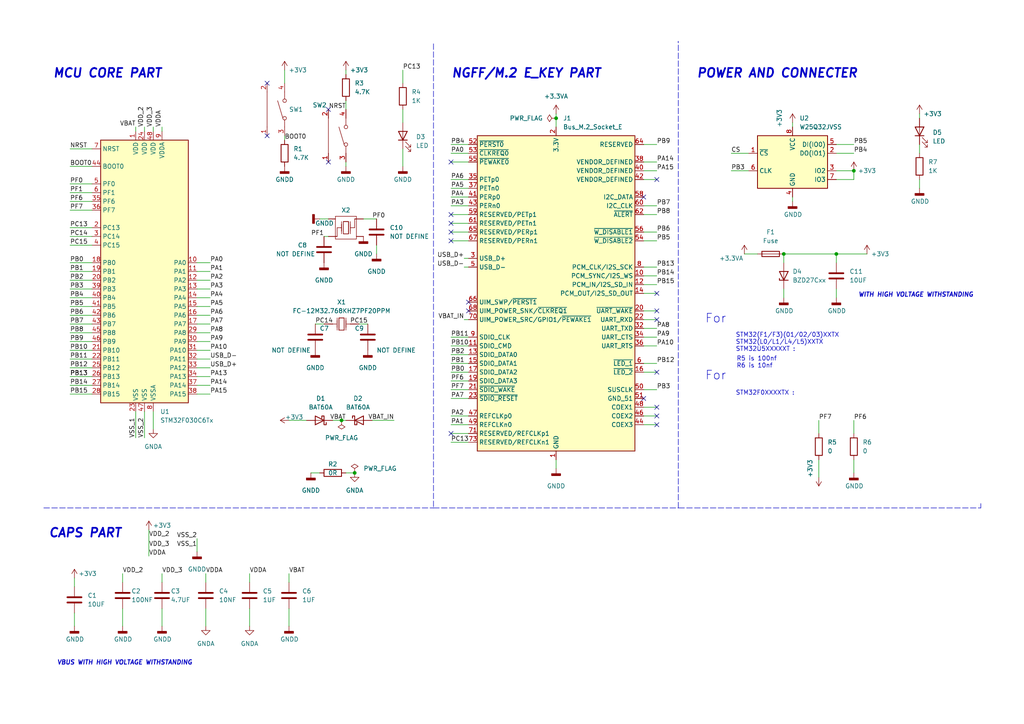
<source format=kicad_sch>
(kicad_sch (version 20211123) (generator eeschema)
  (paper "A4")
  (title_block (title "STM32_M.2_E_KEY_LQFP-48_HC") (date "2022-02-09") (rev "1.0") (company "JSZSZZY"))
  (lib_symbols
    (symbol "Connector:Bus_M.2_Socket_E"
      (property "Reference" "J1" (at 2.0194 50.8 0))
      (property "Value" "Bus_M.2_Socket_E" (at 2.0194 48.26 0))
      (symbol "Bus_M.2_Socket_E_0_1"
        (rectangle (start -22.86 45.72) (end 22.86 -45.72) (stroke (width 0.254)) (fill (type background)))
      )
      (symbol "Bus_M.2_Socket_E_1_1"
        (pin power_in line (at 0 -48.26 90) (length 2.54) (name "GND") (number "1"))
        (pin bidirectional line (at 25.4 5.08 180) (length 2.54) (name "PCM_SYNC/I2S_WS") (number "10"))
        (pin bidirectional line (at -25.4 -15.24 0) (length 2.54) (name "SDIO_CMD") (number "11"))
        (pin input line (at 25.4 2.54 180) (length 2.54) (name "PCM_IN/I2S_SD_IN") (number "12"))
        (pin bidirectional line (at -25.4 -17.78 0) (length 2.54) (name "SDIO_DATA0") (number "13"))
        (pin output line (at 25.4 0 180) (length 2.54) (name "PCM_OUT/I2S_SD_OUT") (number "14"))
        (pin bidirectional line (at -25.4 -20.32 0) (length 2.54) (name "SDIO_DATA1") (number "15"))
        (pin open_collector line (at 25.4 -22.86 180) (length 2.54) (name "~{LED_2}") (number "16"))
        (pin bidirectional line (at -25.4 -22.86 0) (length 2.54) (name "SDIO_DATA2") (number "17"))
        (pin passive line (at 0 -48.26 90) (length 2.54) hide (name "GND") (number "18"))
        (pin bidirectional line (at -25.4 -25.4 0) (length 2.54) (name "SDIO_DATA3") (number "19"))
        (pin power_in line (at 0 48.26 270) (length 2.54) (name "3.3V") (number "2"))
        (pin input line (at 25.4 -5.08 180) (length 2.54) (name "~{UART_WAKE}") (number "20"))
        (pin input line (at -25.4 -27.94 0) (length 2.54) (name "~{SDIO_WAKE}") (number "21"))
        (pin input line (at 25.4 -7.62 180) (length 2.54) (name "UART_RXD") (number "22"))
        (pin output line (at -25.4 -30.48 0) (length 2.54) (name "~{SDIO_RESET}") (number "23"))
        (pin bidirectional line (at -25.4 10.16 0) (length 2.54) (name "USB_D+") (number "3"))
        (pin output line (at 25.4 -10.16 180) (length 2.54) (name "UART_TXD") (number "32"))
        (pin passive line (at 0 -48.26 90) (length 2.54) hide (name "GND") (number "33"))
        (pin input line (at 25.4 -12.7 180) (length 2.54) (name "UART_CTS") (number "34"))
        (pin output line (at -25.4 33.02 0) (length 2.54) (name "PETp0") (number "35"))
        (pin output line (at 25.4 -15.24 180) (length 2.54) (name "UART_RTS") (number "36"))
        (pin output line (at -25.4 30.48 0) (length 2.54) (name "PETn0") (number "37"))
        (pin passive line (at 25.4 38.1 180) (length 2.54) (name "VENDOR_DEFINED") (number "38"))
        (pin passive line (at 0 -48.26 90) (length 2.54) hide (name "GND") (number "39"))
        (pin passive line (at 0 48.26 270) (length 2.54) hide (name "3.3V") (number "4"))
        (pin passive line (at 25.4 35.56 180) (length 2.54) (name "VENDOR_DEFINED") (number "40"))
        (pin input line (at -25.4 27.94 0) (length 2.54) (name "PERp0") (number "41"))
        (pin passive line (at 25.4 33.02 180) (length 2.54) (name "VENDOR_DEFINED") (number "42"))
        (pin input line (at -25.4 25.4 0) (length 2.54) (name "PERn0") (number "43"))
        (pin bidirectional line (at 25.4 -38.1 180) (length 2.54) (name "COEX3") (number "44"))
        (pin passive line (at 0 -48.26 90) (length 2.54) hide (name "GND") (number "45"))
        (pin bidirectional line (at 25.4 -35.56 180) (length 2.54) (name "COEX2") (number "46"))
        (pin output line (at -25.4 -35.56 0) (length 2.54) (name "REFCLKp0") (number "47"))
        (pin bidirectional line (at 25.4 -33.02 180) (length 2.54) (name "COEX1") (number "48"))
        (pin output line (at -25.4 -38.1 0) (length 2.54) (name "REFCLKn0") (number "49"))
        (pin bidirectional line (at -25.4 7.62 0) (length 2.54) (name "USB_D-") (number "5"))
        (pin output line (at 25.4 -27.94 180) (length 2.54) (name "SUSCLK") (number "50"))
        (pin bidirectional line (at 25.4 -30.48 180) (length 2.54) (name "GND_51") (number "51"))
        (pin output line (at -25.4 43.18 0) (length 2.54) (name "~{PERST0}") (number "52"))
        (pin bidirectional line (at -25.4 40.64 0) (length 2.54) (name "~{CLKREQ0}") (number "53"))
        (pin output line (at 25.4 15.24 180) (length 2.54) (name "~{W_DISABLE2}") (number "54"))
        (pin bidirectional line (at -25.4 38.1 0) (length 2.54) (name "~{PEWAKE0}") (number "55"))
        (pin output line (at 25.4 17.78 180) (length 2.54) (name "~{W_DISABLE1}") (number "56"))
        (pin passive line (at 0 -48.26 90) (length 2.54) hide (name "GND") (number "57"))
        (pin bidirectional line (at 25.4 27.94 180) (length 2.54) (name "I2C_DATA") (number "58"))
        (pin output line (at -25.4 22.86 0) (length 2.54) (name "RESERVED/PETp1") (number "59"))
        (pin open_collector line (at 25.4 -20.32 180) (length 2.54) (name "~{LED_1}") (number "6"))
        (pin output line (at 25.4 25.4 180) (length 2.54) (name "I2C_CLK") (number "60"))
        (pin output line (at -25.4 20.32 0) (length 2.54) (name "RESERVED/PETn1") (number "61"))
        (pin input line (at 25.4 22.86 180) (length 2.54) (name "~{ALERT}") (number "62"))
        (pin passive line (at 0 -48.26 90) (length 2.54) hide (name "GND") (number "63"))
        (pin passive line (at 25.4 43.18 180) (length 2.54) (name "RESERVED") (number "64"))
        (pin input line (at -25.4 17.78 0) (length 2.54) (name "RESERVED/PERp1") (number "65"))
        (pin output line (at -25.4 -2.54 0) (length 2.54) (name "UIM_SWP/~{PERST1}") (number "66"))
        (pin input line (at -25.4 15.24 0) (length 2.54) (name "RESERVED/PERn1") (number "67"))
        (pin bidirectional line (at -25.4 -5.08 0) (length 2.54) (name "UIM_POWER_SNK/~{CLKREQ1}") (number "68"))
        (pin passive line (at 0 -48.26 90) (length 2.54) hide (name "GND") (number "69"))
        (pin passive line (at 0 -48.26 90) (length 2.54) hide (name "GND") (number "7"))
        (pin bidirectional line (at -25.4 -7.62 0) (length 2.54) (name "UIM_POWER_SRC/GPIO1/~{PEWAKE1}") (number "70"))
        (pin output line (at -25.4 -40.64 0) (length 2.54) (name "RESERVED/REFCLKp1") (number "71"))
        (pin passive line (at 0 48.26 270) (length 2.54) hide (name "3.3V") (number "72"))
        (pin output line (at -25.4 -43.18 0) (length 2.54) (name "RESERVED/REFCLKn1") (number "73"))
        (pin passive line (at 0 48.26 270) (length 2.54) hide (name "3.3V") (number "74"))
        (pin passive line (at 0 -48.26 90) (length 2.54) hide (name "GND") (number "75"))
        (pin bidirectional line (at 25.4 7.62 180) (length 2.54) (name "PCM_CLK/I2S_SCK") (number "8"))
        (pin output line (at -25.4 -12.7 0) (length 2.54) (name "SDIO_CLK") (number "9"))
      )
    )
    (symbol "Device:C" (pin_numbers hide) (pin_names (offset 0.254))
      (property "Reference" "C" (at 0.635 2.54 0))
      (property "Value" "C" (at 0.635 -2.54 0))
      (symbol "C_0_1"
        (polyline (pts (xy -2.032 -0.762) (xy 2.032 -0.762)) (stroke (width 0.508)))
        (polyline (pts (xy -2.032 0.762) (xy 2.032 0.762)) (stroke (width 0.508)))
      )
      (symbol "C_1_1"
        (pin passive line (at 0 3.81 270) (length 2.794) (name "~") (number "1"))
        (pin passive line (at 0 -3.81 90) (length 2.794) (name "~") (number "2"))
      )
    )
    (symbol "Device:Fuse" (pin_numbers hide) (pin_names (offset 0))
      (property "Reference" "F" (at 2.032 0 90))
      (property "Value" "Fuse" (at -1.905 0 90))
      (symbol "Fuse_0_1"
        (rectangle (start -0.762 -2.54) (end 0.762 2.54) (stroke (width 0.254)))
        (polyline (pts (xy 0 2.54) (xy 0 -2.54)))
      )
      (symbol "Fuse_1_1"
        (pin passive line (at 0 3.81 270) (length 1.27) (name "~") (number "1"))
        (pin passive line (at 0 -3.81 90) (length 1.27) (name "~") (number "2"))
      )
    )
    (symbol "Device:LED" (pin_numbers hide) (pin_names (offset 1.016) hide)
      (property "Reference" "D" (at 0 2.54 0))
      (property "Value" "LED" (at 0 -2.54 0))
      (symbol "LED_0_1"
        (polyline (pts (xy -1.27 -1.27) (xy -1.27 1.27)) (stroke (width 0.254)))
        (polyline (pts (xy -1.27 0) (xy 1.27 0)))
        (polyline (pts (xy 1.27 -1.27) (xy 1.27 1.27) (xy -1.27 0) (xy 1.27 -1.27)) (stroke (width 0.254)))
        (polyline (pts (xy -3.048 -0.762) (xy -4.572 -2.286) (xy -3.81 -2.286) (xy -4.572 -2.286) (xy -4.572 -1.524)))
        (polyline (pts (xy -1.778 -0.762) (xy -3.302 -2.286) (xy -2.54 -2.286) (xy -3.302 -2.286) (xy -3.302 -1.524)))
      )
      (symbol "LED_1_1"
        (pin passive line (at -3.81 0 0) (length 2.54) (name "K") (number "1"))
        (pin passive line (at 3.81 0 180) (length 2.54) (name "A") (number "2"))
      )
    )
    (symbol "Device:R" (pin_numbers hide) (pin_names (offset 0))
      (property "Reference" "R" (at 2.032 0 90))
      (property "Value" "R" (at 0 0 90))
      (symbol "R_0_1"
        (rectangle (start -1.016 -2.54) (end 1.016 2.54) (stroke (width 0.254)))
      )
      (symbol "R_1_1"
        (pin passive line (at 0 3.81 270) (length 1.27) (name "~") (number "1"))
        (pin passive line (at 0 -3.81 90) (length 1.27) (name "~") (number "2"))
      )
    )
    (symbol "Diode:BAT60A" (pin_numbers hide) (pin_names (offset 1.016) hide)
      (property "Reference" "D" (at 0 2.54 0))
      (property "Value" "BAT60A" (at 0 -2.54 0))
      (symbol "BAT60A_0_1"
        (polyline (pts (xy 1.27 0) (xy -1.27 0)))
        (polyline (pts (xy 1.27 1.27) (xy 1.27 -1.27) (xy -1.27 0) (xy 1.27 1.27)) (stroke (width 0.254)))
        (polyline (pts (xy -1.905 0.635) (xy -1.905 1.27) (xy -1.27 1.27) (xy -1.27 -1.27) (xy -0.635 -1.27) (xy -0.635 -0.635)) (stroke (width 0.254)))
      )
      (symbol "BAT60A_1_1"
        (pin passive line (at -3.81 0 0) (length 2.54) (name "K") (number "1"))
        (pin passive line (at 3.81 0 180) (length 2.54) (name "A") (number "2"))
      )
    )
    (symbol "Diode:BZD27Cxx" (pin_numbers hide) (pin_names hide)
      (property "Reference" "D" (at 0 2.54 0))
      (property "Value" "BZD27Cxx" (at 0 -2.54 0))
      (symbol "BZD27Cxx_0_1"
        (polyline (pts (xy 1.27 0) (xy -1.27 0)))
        (polyline (pts (xy -1.27 -1.27) (xy -1.27 1.27) (xy -0.762 1.27)) (stroke (width 0.254)))
        (polyline (pts (xy 1.27 -1.27) (xy 1.27 1.27) (xy -1.27 0) (xy 1.27 -1.27)) (stroke (width 0.254)))
      )
      (symbol "BZD27Cxx_1_1"
        (pin passive line (at -3.81 0 0) (length 2.54) (name "K") (number "1"))
        (pin passive line (at 3.81 0 180) (length 2.54) (name "A") (number "2"))
      )
    )
    (symbol "MCU_ST_STM32F0:STM32F030C6Tx"
      (property "Reference" "U" (at -12.7 39.37 0))
      (property "Value" "STM32F030C6Tx" (at 7.62 39.37 0))
      (symbol "STM32F030C6Tx_0_1"
        (rectangle (start -12.7 -38.1) (end 12.7 38.1) (stroke (width 0.254)) (fill (type background)))
      )
      (symbol "STM32F030C6Tx_1_1"
        (pin power_in line (at -2.54 40.64 270) (length 2.54) (name "VDD") (number "1"))
        (pin bidirectional line (at 15.24 2.54 180) (length 2.54) (name "PA0") (number "10"))
        (pin bidirectional line (at 15.24 0 180) (length 2.54) (name "PA1") (number "11"))
        (pin bidirectional line (at 15.24 -2.54 180) (length 2.54) (name "PA2") (number "12"))
        (pin bidirectional line (at 15.24 -5.08 180) (length 2.54) (name "PA3") (number "13"))
        (pin bidirectional line (at 15.24 -7.62 180) (length 2.54) (name "PA4") (number "14"))
        (pin bidirectional line (at 15.24 -10.16 180) (length 2.54) (name "PA5") (number "15"))
        (pin bidirectional line (at 15.24 -12.7 180) (length 2.54) (name "PA6") (number "16"))
        (pin bidirectional line (at 15.24 -15.24 180) (length 2.54) (name "PA7") (number "17"))
        (pin bidirectional line (at -15.24 2.54 0) (length 2.54) (name "PB0") (number "18"))
        (pin bidirectional line (at -15.24 0 0) (length 2.54) (name "PB1") (number "19"))
        (pin bidirectional line (at -15.24 12.7 0) (length 2.54) (name "PC13") (number "2"))
        (pin bidirectional line (at -15.24 -2.54 0) (length 2.54) (name "PB2") (number "20"))
        (pin bidirectional line (at -15.24 -22.86 0) (length 2.54) (name "PB10") (number "21"))
        (pin bidirectional line (at -15.24 -25.4 0) (length 2.54) (name "PB11") (number "22"))
        (pin power_in line (at -2.54 -40.64 90) (length 2.54) (name "VSS") (number "23"))
        (pin power_in line (at 0 40.64 270) (length 2.54) (name "VDD") (number "24"))
        (pin bidirectional line (at -15.24 -27.94 0) (length 2.54) (name "PB12") (number "25"))
        (pin bidirectional line (at -15.24 -30.48 0) (length 2.54) (name "PB13") (number "26"))
        (pin bidirectional line (at -15.24 -33.02 0) (length 2.54) (name "PB14") (number "27"))
        (pin bidirectional line (at -15.24 -35.56 0) (length 2.54) (name "PB15") (number "28"))
        (pin bidirectional line (at 15.24 -17.78 180) (length 2.54) (name "PA8") (number "29"))
        (pin bidirectional line (at -15.24 10.16 0) (length 2.54) (name "PC14") (number "3"))
        (pin bidirectional line (at 15.24 -20.32 180) (length 2.54) (name "PA9") (number "30"))
        (pin bidirectional line (at 15.24 -22.86 180) (length 2.54) (name "PA10") (number "31"))
        (pin bidirectional line (at 15.24 -25.4 180) (length 2.54) (name "PA11") (number "32"))
        (pin bidirectional line (at 15.24 -27.94 180) (length 2.54) (name "PA12") (number "33"))
        (pin bidirectional line (at 15.24 -30.48 180) (length 2.54) (name "PA13") (number "34"))
        (pin bidirectional line (at -15.24 20.32 0) (length 2.54) (name "PF6") (number "35"))
        (pin bidirectional line (at -15.24 17.78 0) (length 2.54) (name "PF7") (number "36"))
        (pin bidirectional line (at 15.24 -33.02 180) (length 2.54) (name "PA14") (number "37"))
        (pin bidirectional line (at 15.24 -35.56 180) (length 2.54) (name "PA15") (number "38"))
        (pin bidirectional line (at -15.24 -5.08 0) (length 2.54) (name "PB3") (number "39"))
        (pin bidirectional line (at -15.24 7.62 0) (length 2.54) (name "PC15") (number "4"))
        (pin bidirectional line (at -15.24 -7.62 0) (length 2.54) (name "PB4") (number "40"))
        (pin bidirectional line (at -15.24 -10.16 0) (length 2.54) (name "PB5") (number "41"))
        (pin bidirectional line (at -15.24 -12.7 0) (length 2.54) (name "PB6") (number "42"))
        (pin bidirectional line (at -15.24 -15.24 0) (length 2.54) (name "PB7") (number "43"))
        (pin input line (at -15.24 30.48 0) (length 2.54) (name "BOOT0") (number "44"))
        (pin bidirectional line (at -15.24 -17.78 0) (length 2.54) (name "PB8") (number "45"))
        (pin bidirectional line (at -15.24 -20.32 0) (length 2.54) (name "PB9") (number "46"))
        (pin power_in line (at 0 -40.64 90) (length 2.54) (name "VSS") (number "47"))
        (pin power_in line (at 2.54 40.64 270) (length 2.54) (name "VDD") (number "48"))
        (pin input line (at -15.24 25.4 0) (length 2.54) (name "PF0") (number "5"))
        (pin input line (at -15.24 22.86 0) (length 2.54) (name "PF1") (number "6"))
        (pin input line (at -15.24 35.56 0) (length 2.54) (name "NRST") (number "7"))
        (pin power_in line (at 2.54 -40.64 90) (length 2.54) (name "VSSA") (number "8"))
        (pin power_in line (at 5.08 40.64 270) (length 2.54) (name "VDDA") (number "9"))
      )
    )
    (symbol "Memory_Flash:W25Q32JVSS"
      (property "Reference" "U" (at -8.89 8.89 0))
      (property "Value" "W25Q32JVSS" (at 7.62 8.89 0))
      (symbol "W25Q32JVSS_0_1"
        (rectangle (start -10.16 7.62) (end 10.16 -7.62) (stroke (width 0.254)) (fill (type background)))
      )
      (symbol "W25Q32JVSS_1_1"
        (pin input line (at -12.7 2.54 0) (length 2.54) (name "~{CS}") (number "1"))
        (pin bidirectional line (at 12.7 2.54 180) (length 2.54) (name "DO(IO1)") (number "2"))
        (pin bidirectional line (at 12.7 -2.54 180) (length 2.54) (name "IO2") (number "3"))
        (pin power_in line (at 0 -10.16 90) (length 2.54) (name "GND") (number "4"))
        (pin bidirectional line (at 12.7 5.08 180) (length 2.54) (name "DI(IO0)") (number "5"))
        (pin input line (at -12.7 -2.54 0) (length 2.54) (name "CLK") (number "6"))
        (pin bidirectional line (at 12.7 -5.08 180) (length 2.54) (name "IO3") (number "7"))
        (pin power_in line (at 0 10.16 270) (length 2.54) (name "VCC") (number "8"))
      )
    )
    (symbol "kicad_lceda:7R24000E12UBE" (pin_numbers hide) (pin_names (offset 1.016) hide)
      (property "Reference" "X" (at 0 0 0))
      (property "Value" "7R24000E12UBE" (at 0 0 0))
      (symbol "7R24000E12UBE_1_1"
        (rectangle (start -3.048 -3.302) (end 3.048 3.302))
        (polyline (pts (xy -2.54 -2.54) (xy -2.54 0)))
        (polyline (pts (xy -2.54 0) (xy -1.27 0)))
        (polyline (pts (xy -1.27 -1.778) (xy -1.27 1.778)))
        (polyline (pts (xy -1.27 -1.016) (xy -1.27 1.016)))
        (polyline (pts (xy 0.762 -1.778) (xy -0.762 -1.778)))
        (polyline (pts (xy 1.27 -1.778) (xy 1.27 1.778)))
        (polyline (pts (xy 1.27 -1.016) (xy 1.27 1.016)))
        (polyline (pts (xy 2.54 0) (xy 1.27 0)))
        (polyline (pts (xy 2.54 0) (xy 2.54 2.54)))
        (polyline (pts (xy -0.762 -1.778) (xy -0.762 1.778) (xy -0.762 1.778) (xy 0.762 1.778) (xy 0.762 1.778) (xy 0.762 -1.778)))
        (polyline (pts (xy 0.762 1.778) (xy 0.762 -1.778) (xy 0.762 -1.778) (xy -0.762 -1.778) (xy -0.762 -1.778) (xy -0.762 1.778) (xy -0.762 1.778) (xy 0.762 1.778)))
        (pin input line (at -5.08 -2.54 0) (length 2.54) (name "OSC1") (number "1"))
        (pin input line (at 5.08 -2.54 180) (length 2.032) (name "GND") (number "2"))
        (pin input line (at 5.08 2.54 180) (length 2.54) (name "OSC2") (number "3"))
        (pin input line (at -5.08 2.54 0) (length 2.032) (name "GND") (number "4"))
      )
    )
    (symbol "kicad_lceda:FC-12M32.768KHZ7PF20PPM" (pin_numbers hide) (pin_names (offset 1.016) hide)
      (property "Reference" "X" (at 0 0 0))
      (property "Value" "FC-12M32.768KHZ7PF20PPM" (at 0 0 0))
      (symbol "FC-12M32.768KHZ7PF20PPM_1_1"
        (polyline (pts (xy -2.54 0) (xy -1.524 0)))
        (polyline (pts (xy -1.27 -1.778) (xy -1.27 1.778)))
        (polyline (pts (xy -1.27 -1.016) (xy -1.27 1.016)))
        (polyline (pts (xy 0.762 -1.778) (xy -0.762 -1.778)))
        (polyline (pts (xy 1.27 -1.778) (xy 1.27 1.778)))
        (polyline (pts (xy 1.27 -1.016) (xy 1.27 1.016)))
        (polyline (pts (xy 2.54 0) (xy 1.524 0)))
        (polyline (pts (xy -0.762 -1.778) (xy -0.762 1.778) (xy -0.762 1.778) (xy 0.762 1.778) (xy 0.762 1.778) (xy 0.762 -1.778)))
        (polyline (pts (xy 0.762 1.778) (xy 0.762 -1.778) (xy 0.762 -1.778) (xy -0.762 -1.778) (xy -0.762 -1.778) (xy -0.762 1.778) (xy -0.762 1.778) (xy 0.762 1.778)))
        (pin input line (at -5.08 0 0) (length 2.54) (name "OSC1") (number "1"))
        (pin input line (at 5.08 0 180) (length 2.54) (name "OSC2") (number "2"))
      )
    )
    (symbol "kicad_lceda:TS24CA" (pin_names (offset 1.016) hide)
      (property "Reference" "SW" (at 0 0 0))
      (property "Value" "TS24CA" (at 0 0 0))
      (symbol "TS24CA_1_1"
        (circle (center -2.54 -2.54) (radius 0.508))
        (polyline (pts (xy -5.08 2.54) (xy 5.08 2.54)))
        (polyline (pts (xy -3.048 -2.54) (xy -5.08 -2.54)))
        (polyline (pts (xy 3.048 -2.54) (xy 5.08 -2.54)))
        (polyline (pts (xy -2.54 -2.032) (xy 2.54 -0.508) (xy 2.54 -0.508) (xy 2.54 -0.508)))
        (circle (center 2.54 -2.54) (radius 0.508))
        (pin input line (at -7.62 2.54 0) (length 2.54) (name "1") (number "1"))
        (pin input line (at 7.62 2.54 180) (length 2.54) (name "2") (number "2"))
        (pin input line (at -7.62 -2.54 0) (length 2.54) (name "3") (number "3"))
        (pin input line (at 7.62 -2.54 180) (length 2.54) (name "4") (number "4"))
      )
    )
    (symbol "power:+3.3V" (power) (pin_names (offset 0))
      (property "Value" "+3.3V" (at 0 3.556 0))
      (symbol "+3.3V_0_1"
        (polyline (pts (xy -0.762 1.27) (xy 0 2.54)))
        (polyline (pts (xy 0 0) (xy 0 2.54)))
        (polyline (pts (xy 0 2.54) (xy 0.762 1.27)))
      )
      (symbol "+3.3V_1_1"
        (pin power_in line (at 0 0 90) (length 0) hide (name "+3V3") (number "1"))
      )
    )
    (symbol "power:+3.3VA" (power) (pin_names (offset 0))
      (property "Value" "+3.3VA" (at 0 3.556 0))
      (symbol "+3.3VA_0_1"
        (polyline (pts (xy -0.762 1.27) (xy 0 2.54)))
        (polyline (pts (xy 0 0) (xy 0 2.54)))
        (polyline (pts (xy 0 2.54) (xy 0.762 1.27)))
      )
      (symbol "+3.3VA_1_1"
        (pin power_in line (at 0 0 90) (length 0) hide (name "+3.3VA") (number "1"))
      )
    )
    (symbol "power:GNDA" (power) (pin_names (offset 0))
      (property "Value" "GNDA" (at 0 -3.81 0))
      (symbol "GNDA_0_1"
        (polyline (pts (xy 0 0) (xy 0 -1.27) (xy 1.27 -1.27) (xy 0 -2.54) (xy -1.27 -1.27) (xy 0 -1.27)))
      )
      (symbol "GNDA_1_1"
        (pin power_in line (at 0 0 270) (length 0) hide (name "GNDA") (number "1"))
      )
    )
    (symbol "power:GNDD" (power) (pin_names (offset 0))
      (property "Value" "GNDD" (at 0 -3.175 0))
      (symbol "GNDD_0_1"
        (rectangle (start -1.27 -1.524) (end 1.27 -2.032) (stroke (width 0.254)) (fill (type outline)))
        (polyline (pts (xy 0 0) (xy 0 -1.524)))
      )
      (symbol "GNDD_1_1"
        (pin power_in line (at 0 0 270) (length 0) hide (name "GNDD") (number "1"))
      )
    )
    (symbol "power:PWR_FLAG" (power) (pin_numbers hide) (pin_names (offset 0) hide)
      (property "Value" "PWR_FLAG" (at 0 3.81 0))
      (symbol "PWR_FLAG_0_0"
        (pin power_out line (at 0 0 90) (length 0) (name "pwr") (number "1"))
      )
      (symbol "PWR_FLAG_0_1"
        (polyline (pts (xy 0 0) (xy 0 1.27) (xy -1.016 1.905) (xy 0 2.54) (xy 1.016 1.905) (xy 0 1.27)))
      )
    )
  )
  (junction (at 242.57 73.66))
  (junction (at 161.29 34.29))
  (junction (at 247.65 49.53))
  (junction (at 227.33 73.66))
  (junction (at 102.87 137.16))
  (junction (at 99.06 121.92))
  (no_connect (at 95.25 31.75))
  (no_connect (at 95.25 46.99))
  (no_connect (at 186.69 115.57))
  (no_connect (at 77.47 24.13))
  (no_connect (at 77.47 39.37))
  (no_connect (at 186.69 57.15))
  (no_connect (at 135.89 87.63))
  (no_connect (at 135.89 90.17))
  (no_connect (at 130.81 67.31))
  (no_connect (at 130.81 46.99))
  (no_connect (at 130.81 62.23))
  (no_connect (at 130.81 64.77))
  (no_connect (at 190.5 120.65))
  (no_connect (at 190.5 123.19))
  (no_connect (at 190.5 118.11))
  (no_connect (at 190.5 107.95))
  (no_connect (at 190.5 92.71))
  (no_connect (at 190.5 90.17))
  (no_connect (at 190.5 85.09))
  (no_connect (at 190.5 52.07))
  (no_connect (at 130.81 125.73))
  (no_connect (at 130.81 69.85))
  (wire (pts (xy 96.52 121.92) (xy 99.06 121.92)))
  (wire (pts (xy 242.57 73.66) (xy 242.57 76.2)))
  (wire (pts (xy 21.59 167.64) (xy 21.59 170.18)))
  (wire (pts (xy 247.65 44.45) (xy 242.57 44.45)))
  (wire (pts (xy 190.5 46.99) (xy 186.69 46.99)))
  (wire (pts (xy 20.32 106.68) (xy 26.67 106.68)))
  (wire (pts (xy 247.65 41.91) (xy 242.57 41.91)))
  (wire (pts (xy 242.57 86.36) (xy 242.57 83.82)))
  (wire (pts (xy 130.81 105.41) (xy 135.89 105.41)))
  (wire (pts (xy 266.7 33.02) (xy 266.7 34.29)))
  (wire (pts (xy 59.69 181.61) (xy 59.69 176.53)))
  (wire (pts (xy 130.81 69.85) (xy 135.89 69.85)))
  (wire (pts (xy 100.33 48.26) (xy 100.33 46.99)))
  (wire (pts (xy 41.91 127) (xy 41.91 119.38)))
  (wire (pts (xy 106.68 93.98) (xy 104.14 93.98)))
  (wire (pts (xy 116.84 20.32) (xy 116.84 24.13)))
  (wire (pts (xy 20.32 68.58) (xy 26.67 68.58)))
  (wire (pts (xy 72.39 181.61) (xy 72.39 176.53)))
  (wire (pts (xy 20.32 58.42) (xy 26.67 58.42)))
  (wire (pts (xy 60.96 111.76) (xy 57.15 111.76)))
  (wire (pts (xy 20.32 76.2) (xy 26.67 76.2)))
  (wire (pts (xy 130.81 41.91) (xy 135.89 41.91)))
  (wire (pts (xy 93.98 68.58) (xy 95.25 68.58)))
  (wire (pts (xy 82.55 20.32) (xy 82.55 24.13)))
  (wire (pts (xy 60.96 91.44) (xy 57.15 91.44)))
  (wire (pts (xy 161.29 33.02) (xy 161.29 34.29)))
  (wire (pts (xy 161.29 34.29) (xy 161.29 36.83)))
  (wire (pts (xy 46.99 181.61) (xy 46.99 176.53)))
  (wire (pts (xy 190.5 92.71) (xy 186.69 92.71)))
  (wire (pts (xy 130.81 67.31) (xy 135.89 67.31)))
  (wire (pts (xy 130.81 123.19) (xy 135.89 123.19)))
  (wire (pts (xy 46.99 36.83) (xy 46.99 38.1)))
  (wire (pts (xy 134.62 77.47) (xy 135.89 77.47)))
  (wire (pts (xy 212.09 44.45) (xy 217.17 44.45)))
  (wire (pts (xy 227.33 76.2) (xy 227.33 73.66)))
  (wire (pts (xy 82.55 39.37) (xy 82.55 40.64)))
  (wire (pts (xy 60.96 81.28) (xy 57.15 81.28)))
  (wire (pts (xy 35.56 166.37) (xy 35.56 168.91)))
  (wire (pts (xy 190.5 120.65) (xy 186.69 120.65)))
  (wire (pts (xy 130.81 120.65) (xy 135.89 120.65)))
  (wire (pts (xy 227.33 73.66) (xy 242.57 73.66)))
  (wire (pts (xy 46.99 166.37) (xy 46.99 168.91)))
  (wire (pts (xy 60.96 109.22) (xy 57.15 109.22)))
  (wire (pts (xy 130.81 97.79) (xy 135.89 97.79)))
  (wire (pts (xy 21.59 181.61) (xy 21.59 177.8)))
  (wire (pts (xy 83.82 166.37) (xy 83.82 168.91)))
  (wire (pts (xy 20.32 93.98) (xy 26.67 93.98)))
  (wire (pts (xy 130.81 59.69) (xy 135.89 59.69)))
  (wire (pts (xy 227.33 83.82) (xy 227.33 86.36)))
  (wire (pts (xy 130.81 52.07) (xy 135.89 52.07)))
  (wire (pts (xy 190.5 59.69) (xy 186.69 59.69)))
  (wire (pts (xy 130.81 115.57) (xy 135.89 115.57)))
  (wire (pts (xy 190.5 113.03) (xy 186.69 113.03)))
  (wire (pts (xy 130.81 107.95) (xy 135.89 107.95)))
  (wire (pts (xy 90.17 137.16) (xy 92.71 137.16)))
  (wire (pts (xy 237.49 121.92) (xy 237.49 125.73)))
  (wire (pts (xy 72.39 166.37) (xy 72.39 168.91)))
  (wire (pts (xy 39.37 127) (xy 39.37 119.38)))
  (wire (pts (xy 83.82 181.61) (xy 83.82 176.53)))
  (wire (pts (xy 130.81 113.03) (xy 135.89 113.03)))
  (wire (pts (xy 44.45 124.46) (xy 44.45 119.38)))
  (wire (pts (xy 190.5 77.47) (xy 186.69 77.47)))
  (wire (pts (xy 190.5 49.53) (xy 186.69 49.53)))
  (wire (pts (xy 39.37 36.83) (xy 39.37 38.1)))
  (wire (pts (xy 190.5 52.07) (xy 186.69 52.07)))
  (wire (pts (xy 190.5 85.09) (xy 186.69 85.09)))
  (wire (pts (xy 134.62 74.93) (xy 135.89 74.93)))
  (wire (pts (xy 237.49 138.43) (xy 237.49 133.35)))
  (wire (pts (xy 60.96 106.68) (xy 57.15 106.68)))
  (wire (pts (xy 20.32 83.82) (xy 26.67 83.82)))
  (polyline (pts (xy 196.85 147.32) (xy 284.48 147.32)))
  (wire (pts (xy 60.96 86.36) (xy 57.15 86.36)))
  (wire (pts (xy 59.69 166.37) (xy 59.69 168.91)))
  (polyline (pts (xy 12.7 147.32) (xy 125.73 147.32)))
  (wire (pts (xy 130.81 64.77) (xy 135.89 64.77)))
  (wire (pts (xy 20.32 114.3) (xy 26.67 114.3)))
  (wire (pts (xy 266.7 44.45) (xy 266.7 41.91)))
  (wire (pts (xy 116.84 43.18) (xy 116.84 48.26)))
  (wire (pts (xy 130.81 110.49) (xy 135.89 110.49)))
  (wire (pts (xy 247.65 49.53) (xy 242.57 49.53)))
  (wire (pts (xy 190.5 69.85) (xy 186.69 69.85)))
  (wire (pts (xy 247.65 52.07) (xy 247.65 49.53)))
  (wire (pts (xy 130.81 46.99) (xy 135.89 46.99)))
  (wire (pts (xy 102.87 137.16) (xy 100.33 137.16)))
  (wire (pts (xy 134.62 92.71) (xy 135.89 92.71)))
  (wire (pts (xy 20.32 101.6) (xy 26.67 101.6)))
  (wire (pts (xy 20.32 55.88) (xy 26.67 55.88)))
  (wire (pts (xy 60.96 114.3) (xy 57.15 114.3)))
  (polyline (pts (xy 125.73 147.32) (xy 196.7288 147.32)))
  (wire (pts (xy 190.5 62.23) (xy 186.69 62.23)))
  (wire (pts (xy 100.33 31.75) (xy 100.33 29.21)))
  (wire (pts (xy 41.91 36.83) (xy 41.91 38.1)))
  (wire (pts (xy 35.56 181.61) (xy 35.56 176.53)))
  (wire (pts (xy 20.32 60.96) (xy 26.67 60.96)))
  (wire (pts (xy 60.96 101.6) (xy 57.15 101.6)))
  (wire (pts (xy 247.65 137.16) (xy 247.65 133.35)))
  (wire (pts (xy 130.81 125.73) (xy 135.89 125.73)))
  (wire (pts (xy 60.96 76.2) (xy 57.15 76.2)))
  (wire (pts (xy 60.96 99.06) (xy 57.15 99.06)))
  (wire (pts (xy 130.81 62.23) (xy 135.89 62.23)))
  (polyline (pts (xy 125.73 12.7) (xy 125.73 147.32)))
  (wire (pts (xy 109.22 63.5) (xy 105.41 63.5)))
  (wire (pts (xy 130.81 128.27) (xy 135.89 128.27)))
  (wire (pts (xy 44.45 36.83) (xy 44.45 38.1)))
  (wire (pts (xy 20.32 91.44) (xy 26.67 91.44)))
  (wire (pts (xy 60.96 83.82) (xy 57.15 83.82)))
  (polyline (pts (xy 284.48 146.05) (xy 284.48 147.32)))
  (wire (pts (xy 60.96 88.9) (xy 57.15 88.9)))
  (wire (pts (xy 92.71 63.5) (xy 95.25 63.5)))
  (wire (pts (xy 190.5 82.55) (xy 186.69 82.55)))
  (wire (pts (xy 20.32 111.76) (xy 26.67 111.76)))
  (wire (pts (xy 190.5 100.33) (xy 186.69 100.33)))
  (wire (pts (xy 229.87 35.56) (xy 229.87 36.83)))
  (wire (pts (xy 20.32 104.14) (xy 26.67 104.14)))
  (wire (pts (xy 20.32 86.36) (xy 26.67 86.36)))
  (wire (pts (xy 247.65 121.92) (xy 247.65 125.73)))
  (wire (pts (xy 20.32 88.9) (xy 26.67 88.9)))
  (wire (pts (xy 242.57 52.07) (xy 247.65 52.07)))
  (wire (pts (xy 99.06 121.92) (xy 100.33 121.92)))
  (wire (pts (xy 20.32 53.34) (xy 26.67 53.34)))
  (wire (pts (xy 20.32 66.04) (xy 26.67 66.04)))
  (wire (pts (xy 130.81 54.61) (xy 135.89 54.61)))
  (wire (pts (xy 251.46 73.66) (xy 242.57 73.66)))
  (wire (pts (xy 190.5 107.95) (xy 186.69 107.95)))
  (wire (pts (xy 130.81 57.15) (xy 135.89 57.15)))
  (wire (pts (xy 229.87 58.42) (xy 229.87 57.15)))
  (wire (pts (xy 60.96 104.14) (xy 57.15 104.14)))
  (wire (pts (xy 190.5 80.01) (xy 186.69 80.01)))
  (wire (pts (xy 20.32 71.12) (xy 26.67 71.12)))
  (wire (pts (xy 83.82 121.92) (xy 88.9 121.92)))
  (wire (pts (xy 190.5 90.17) (xy 186.69 90.17)))
  (wire (pts (xy 190.5 123.19) (xy 186.69 123.19)))
  (wire (pts (xy 190.5 105.41) (xy 186.69 105.41)))
  (wire (pts (xy 20.32 81.28) (xy 26.67 81.28)))
  (wire (pts (xy 116.84 35.56) (xy 116.84 31.75)))
  (wire (pts (xy 190.5 95.25) (xy 186.69 95.25)))
  (wire (pts (xy 91.44 93.98) (xy 93.98 93.98)))
  (wire (pts (xy 60.96 93.98) (xy 57.15 93.98)))
  (wire (pts (xy 190.5 97.79) (xy 186.69 97.79)))
  (wire (pts (xy 100.33 21.59) (xy 100.33 20.32)))
  (wire (pts (xy 161.29 135.89) (xy 161.29 133.35)))
  (wire (pts (xy 109.22 73.66) (xy 109.22 71.12)))
  (wire (pts (xy 114.3 121.92) (xy 107.95 121.92)))
  (wire (pts (xy 190.5 41.91) (xy 186.69 41.91)))
  (wire (pts (xy 43.18 153.67) (xy 43.18 161.29)))
  (wire (pts (xy 20.32 96.52) (xy 26.67 96.52)))
  (wire (pts (xy 60.96 78.74) (xy 57.15 78.74)))
  (wire (pts (xy 57.15 156.21) (xy 57.15 160.02)))
  (wire (pts (xy 215.9 73.66) (xy 219.71 73.66)))
  (wire (pts (xy 20.32 43.18) (xy 26.67 43.18)))
  (wire (pts (xy 190.5 67.31) (xy 186.69 67.31)))
  (wire (pts (xy 60.96 96.52) (xy 57.15 96.52)))
  (wire (pts (xy 130.81 44.45) (xy 135.89 44.45)))
  (wire (pts (xy 212.09 49.53) (xy 217.17 49.53)))
  (polyline (pts (xy 196.7288 147.32) (xy 196.7288 11.973)))
  (wire (pts (xy 190.5 118.11) (xy 186.69 118.11)))
  (wire (pts (xy 266.7 54.61) (xy 266.7 52.07)))
  (wire (pts (xy 20.32 78.74) (xy 26.67 78.74)))
  (wire (pts (xy 130.81 100.33) (xy 135.89 100.33)))
  (wire (pts (xy 130.81 102.87) (xy 135.89 102.87)))
  (polyline (pts (xy 196.6682 12.2153) (xy 196.7288 11.973)))
  (wire (pts (xy 20.32 99.06) (xy 26.67 99.06)))
  (wire (pts (xy 20.32 48.26) (xy 26.67 48.26)))
  (wire (pts (xy 20.32 109.22) (xy 26.67 109.22)))
  (text "CAPS PART" (at 13.97 156.21 0) (effects (font (size 2.54 2.54) bold italic) (justify left bottom)))
  (text "NGFF/M.2 E_KEY PART" (at 130.81 22.86 0) (effects (font (size 2.54 2.54) bold italic) (justify left bottom)))
  (text "R5 is 100nf\nR6 is 10nf" (at 213.614 106.934 0) (effects (font (size 1.27 1.27)) (justify left bottom)))
  (text "STM32F0XXXXTX :\n\n" (at 213.36 116.84 0) (effects (font (size 1.27 1.27)) (justify left bottom)))
  (text "POWER AND CONNECTER" (at 201.93 22.86 0) (effects (font (size 2.54 2.54) bold italic) (justify left bottom)))
  (text "WITH HIGH VOLTAGE WITHSTANDING" (at 248.92 86.36 0) (effects (font (size 1.27 1.27) (thickness 0.254) bold italic) (justify left bottom)))
  (text "For" (at 204.47 110.49 0) (effects (font (size 2.54 2.54)) (justify left bottom)))
  (text "STM32(F1/F3)(01/02/03)XXTX\nSTM32(L0/L1/L4/L5)XXTX\nSTM32U5XXXXXT :\n\n" (at 213.36 104.14 0) (effects (font (size 1.27 1.27)) (justify left bottom)))
  (text "MCU CORE PART\n" (at 15.24 22.86 0) (effects (font (size 2.54 2.54) bold italic) (justify left bottom)))
  (text "For" (at 204.47 93.98 0) (effects (font (size 2.54 2.54)) (justify left bottom)))
  (text "VBUS WITH HIGH VOLTAGE WITHSTANDING" (at 16.51 193.04 0) (effects (font (size 1.27 1.27) (thickness 0.254) bold italic) (justify left bottom)))
  (label "PB8" (at 190.5 62.23 0))
  (label "VDD_2" (at 35.56 166.37 0))
  (label "PA6" (at 130.81 52.07 0))
  (label "VSS_2" (at 41.91 127 90))
  (label "PB3" (at 20.32 83.82 0))
  (label "PB1" (at 130.81 105.41 0))
  (label "PC14" (at 20.32 68.58 0))
  (label "BOOT0" (at 82.55 40.64 0))
  (label "PA1" (at 60.96 78.74 0))
  (label "PB7" (at 20.32 93.98 0))
  (label "PC14" (at 91.44 93.98 0))
  (label "VDDA" (at 59.69 166.37 0))
  (label "PB6" (at 190.5 67.31 0))
  (label "VDD_3" (at 44.45 36.83 90))
  (label "PB5" (at 190.5 69.85 0))
  (label "PA5" (at 130.81 54.61 0))
  (label "PF0" (at 107.95 63.5 0))
  (label "PB4" (at 20.32 86.36 0))
  (label "VDD_2" (at 43.18 155.8746 0))
  (label "PA4" (at 60.96 86.36 0))
  (label "PA6" (at 60.96 91.44 0))
  (label "PC15" (at 106.68 93.98 180))
  (label "PB6" (at 20.32 91.44 0))
  (label "PA10" (at 60.96 101.6 0))
  (label "PF1" (at 93.98 68.58 180))
  (label "PA14" (at 60.96 111.76 0))
  (label "PF6" (at 247.65 121.92 0))
  (label "PB2" (at 20.32 81.28 0))
  (label "PB15" (at 190.5 82.55 0))
  (label "VBAT" (at 39.37 36.83 180))
  (label "PA15" (at 190.5 49.53 0))
  (label "PF7" (at 130.81 113.03 0))
  (label "PA0" (at 60.96 76.2 0))
  (label "PA14" (at 190.5 46.99 0))
  (label "PB13" (at 190.5 77.47 0))
  (label "PC15" (at 20.32 71.12 0))
  (label "PB2" (at 130.81 102.87 0))
  (label "PA4" (at 130.81 57.15 0))
  (label "VSS_1" (at 57.15 158.75 180))
  (label "PA8" (at 60.96 96.52 0))
  (label "VDD_2" (at 41.91 36.83 90))
  (label "PC13" (at 130.81 128.27 0))
  (label "VDD_3" (at 46.99 166.37 0))
  (label "PA7" (at 130.81 115.57 0))
  (label "PB4" (at 247.65 44.45 0))
  (label "PA2" (at 60.96 81.28 0))
  (label "VSS_2" (at 57.15 156.21 180))
  (label "PA2" (at 130.81 120.65 0))
  (label "PA0" (at 130.81 44.45 0))
  (label "PB10" (at 130.81 100.33 0))
  (label "PB15" (at 20.32 114.3 0))
  (label "PB14" (at 20.32 111.76 0))
  (label "PA15" (at 60.96 114.3 0))
  (label "USB_D-" (at 134.62 77.47 180))
  (label "PA3" (at 130.81 59.69 0))
  (label "VBAT_IN" (at 114.3 121.92 180))
  (label "PB9" (at 190.5 41.91 0))
  (label "VDDA" (at 46.99 36.83 90))
  (label "PB13" (at 20.32 109.22 0))
  (label "USB_D+" (at 134.62 74.93 180))
  (label "PA3" (at 60.96 83.82 0))
  (label "VDDA" (at 72.39 166.37 0))
  (label "PA1" (at 130.81 123.19 0))
  (label "PF1" (at 20.32 55.88 0))
  (label "PB14" (at 190.5 80.01 0))
  (label "CS" (at 212.09 44.45 0))
  (label "NRST" (at 20.32 43.18 0))
  (label "PC13" (at 116.84 20.32 0))
  (label "VDDA" (at 43.18 161.29 0))
  (label "PF6" (at 130.81 110.49 0))
  (label "VSS_1" (at 39.37 127 90))
  (label "PF6" (at 20.32 58.42 0))
  (label "PB11" (at 130.81 97.79 0))
  (label "PA13" (at 60.96 109.22 0))
  (label "PB12" (at 20.32 106.68 0))
  (label "PB10" (at 20.32 101.6 0))
  (label "PB12" (at 190.5 105.41 0))
  (label "PA10" (at 190.5 100.33 0))
  (label "PB4" (at 130.81 41.91 0))
  (label "PB9" (at 20.32 99.06 0))
  (label "USB_D-" (at 60.96 104.14 0))
  (label "PB5" (at 247.65 41.91 0))
  (label "PB13" (at 20.32 109.22 0))
  (label "PB1" (at 20.32 78.74 0))
  (label "PC13" (at 20.32 66.04 0))
  (label "PA9" (at 60.96 99.06 0))
  (label "NRST" (at 100.33 31.75 180))
  (label "PB3" (at 190.5 113.03 0))
  (label "PB0" (at 130.81 107.95 0))
  (label "PB3" (at 212.09 49.53 0))
  (label "VBAT" (at 100.33 121.92 180))
  (label "PB5" (at 20.32 88.9 0))
  (label "PB0" (at 20.32 76.2 0))
  (label "PB7" (at 190.5 59.69 0))
  (label "PA7" (at 60.96 93.98 0))
  (label "PA5" (at 60.96 88.9 0))
  (label "VBAT" (at 83.82 166.37 0))
  (label "BOOT0" (at 20.32 48.26 0))
  (label "VBAT_IN" (at 134.62 92.71 180))
  (label "VDD_3" (at 43.18 158.75 0))
  (label "PB11" (at 20.32 104.14 0))
  (label "PA8" (at 190.5 95.25 0))
  (label "PF0" (at 20.32 53.34 0))
  (label "PF7" (at 20.32 60.96 0))
  (label "PB8" (at 20.32 96.52 0))
  (label "PA9" (at 190.5 97.79 0))
  (label "USB_D+" (at 60.96 106.68 0))
  (label "PF7" (at 237.49 121.92 0))
  (symbol (lib_id "Device:C") (at 83.82 172.72 0) (unit 1)
    (property "Reference" "C6" (at 87.63 171.4499 0) (effects (justify left)))
    (property "Value" "1UF" (at 87.63 173.9899 0) (effects (justify left)))
    (property "Footprint" "Capacitor_SMD:C_0402_1005Metric" (effects hide))
  )
  (symbol (lib_id "power:GNDD") (at 227.33 86.36 0) (unit 1)
    (property "Reference" "#PWR027" (effects hide))
    (property "Value" "GNDD" (at 224.79 90.17 0) (effects (justify left)))
  )
  (symbol (lib_id "kicad_lceda:TS24CA") (at 80.01 31.75 90) (unit 1)
    (property "Reference" "SW1" (at 83.82 31.7499 90) (effects (justify right)))
    (property "Value" "TS24CA" (effects hide))
    (property "Footprint" "kicad_lceda:SW-SMD_TS24CA" (effects hide))
    (property "Datasheet" "https://atta.szlcsc.com/upload/public/pdf/source/20190521/C393942_591A9E318887EFA4274D34029981AD99.pdf" (effects hide))
    (property "SuppliersPartNumber" "C393942" (effects hide))
    (property "uuid" "pro:08edcc241ecc45b1b79733eee27bae5c" (effects hide))
  )
  (symbol (lib_id "power:+3.3V") (at 237.49 138.43 180) (unit 1)
    (property "Reference" "#PWR030" (effects hide))
    (property "Value" "+3.3V" (at 234.95 135.89 90))
  )
  (symbol (lib_id "power:GNDD") (at 21.59 181.61 0) (unit 1)
    (property "Reference" "#PWR02" (effects hide))
    (property "Value" "GNDD" (at 19.05 185.42 0) (effects (justify left)))
  )
  (symbol (lib_id "power:GNDD") (at 229.87 58.42 0) (unit 1)
    (property "Reference" "#PWR029" (effects hide))
    (property "Value" "GNDD" (at 227.33 62.23 0) (effects (justify left)))
  )
  (symbol (lib_id "power:GNDD") (at 161.29 135.89 0) (unit 1)
    (property "Reference" "#PWR025" (effects hide))
    (property "Value" "GNDD" (at 161.29 140.97 0))
  )
  (symbol (lib_id "Device:C") (at 93.98 72.39 0) (unit 1)
    (property "Reference" "C8" (at 86.36 71.12 0) (effects (justify left)))
    (property "Value" "NOT DEFINE" (at 80.01 73.66 0) (effects (justify left)))
    (property "Footprint" "Capacitor_SMD:C_0402_1005Metric" (effects hide))
  )
  (symbol (lib_id "power:GNDD") (at 35.56 181.61 0) (unit 1)
    (property "Reference" "#PWR03" (effects hide))
    (property "Value" "GNDD" (at 33.02 185.42 0) (effects (justify left)))
  )
  (symbol (lib_id "power:GNDD") (at 105.41 68.58 0) (unit 1)
    (property "Reference" "#PWR020" (effects hide))
    (property "Value" "GNDD" (at 105.41 73.66 0))
  )
  (symbol (lib_id "power:GNDD") (at 100.33 48.26 0) (unit 1)
    (property "Reference" "#PWR018" (effects hide))
    (property "Value" "GNDD" (at 100.33 52.07 0))
  )
  (symbol (lib_id "Device:C") (at 109.22 67.31 0) (unit 1)
    (property "Reference" "C10" (at 113.03 66.0399 0) (effects (justify left)))
    (property "Value" "NOT DEFINE" (at 113.03 68.5799 0) (effects (justify left)))
    (property "Footprint" "Capacitor_SMD:C_0402_1005Metric" (effects hide))
  )
  (symbol (lib_id "power:GNDA") (at 72.39 181.61 0) (unit 1)
    (property "Reference" "#PWR08" (effects hide))
    (property "Value" "GNDA" (at 72.39 186.69 0))
  )
  (symbol (lib_id "power:GNDA") (at 102.87 137.16 0) (unit 1)
    (property "Reference" "#PWR019" (effects hide))
    (property "Value" "GNDA" (at 102.87 142.24 0))
  )
  (symbol (lib_id "power:PWR_FLAG") (at 102.87 137.16 0) (unit 1)
    (property "Reference" "#FLG02" (effects hide))
    (property "Value" "PWR_FLAG" (at 105.41 135.8899 0) (effects (justify left)))
  )
  (symbol (lib_id "power:GNDD") (at 83.82 181.61 0) (unit 1)
    (property "Reference" "#PWR012" (effects hide))
    (property "Value" "GNDD" (at 81.28 185.42 0) (effects (justify left)))
  )
  (symbol (lib_id "power:+3.3V") (at 82.55 20.32 0) (unit 1)
    (property "Reference" "#PWR09" (effects hide))
    (property "Value" "+3.3V" (at 86.36 20.32 0))
  )
  (symbol (lib_id "Device:R") (at 96.52 137.16 270) (unit 1)
    (property "Reference" "R2" (at 96.52 134.62 90))
    (property "Value" "0R" (at 96.52 137.16 90))
    (property "Footprint" "Resistor_SMD:R_0603_1608Metric" (effects hide))
  )
  (symbol (lib_id "power:+3.3V") (at 43.18 153.67 0) (unit 1)
    (property "Reference" "#PWR04" (effects hide))
    (property "Value" "+3.3V" (at 46.99 152.4 0))
  )
  (symbol (lib_id "Diode:BZD27Cxx") (at 227.33 80.01 90) (unit 1)
    (property "Reference" "D4" (at 229.87 78.7399 90) (effects (justify right)))
    (property "Value" "BZD27Cxx" (at 229.87 81.2799 90) (effects (justify right)))
    (property "Footprint" "Diode_SMD:D_SMF" (effects hide))
    (property "Datasheet" "https://www.vishay.com/docs/85153/bzd27series.pdf" (effects hide))
  )
  (symbol (lib_id "Device:C") (at 59.69 172.72 0) (unit 1)
    (property "Reference" "C4" (at 63.5 171.4499 0) (effects (justify left)))
    (property "Value" "10NF" (at 63.5 173.9899 0) (effects (justify left)))
    (property "Footprint" "Capacitor_SMD:C_0402_1005Metric" (effects hide))
  )
  (symbol (lib_id "power:GNDA") (at 59.69 181.61 0) (unit 1)
    (property "Reference" "#PWR07" (effects hide))
    (property "Value" "GNDA" (at 59.69 186.69 0))
  )
  (symbol (lib_id "power:GNDD") (at 106.68 101.6 0) (unit 1)
    (property "Reference" "#PWR021" (effects hide))
    (property "Value" "GNDD" (at 106.68 106.68 0))
  )
  (symbol (lib_id "Device:LED") (at 266.7 38.1 90) (unit 1)
    (property "Reference" "D5" (at 270.51 38.4174 90) (effects (justify right)))
    (property "Value" "LED" (at 270.51 40.9574 90) (effects (justify right)))
    (property "Footprint" "LED_SMD:LED_0603_1608Metric" (effects hide))
  )
  (symbol (lib_id "power:+3.3V") (at 21.59 167.64 0) (unit 1)
    (property "Reference" "#PWR01" (effects hide))
    (property "Value" "+3.3V" (at 25.4 166.37 0))
  )
  (symbol (lib_id "power:GNDD") (at 116.84 48.26 0) (unit 1)
    (property "Reference" "#PWR023" (effects hide))
    (property "Value" "GNDD" (at 116.84 52.07 0))
  )
  (symbol (lib_id "power:GNDD") (at 82.55 48.26 0) (unit 1)
    (property "Reference" "#PWR010" (effects hide))
    (property "Value" "GNDD" (at 82.55 52.07 0))
  )
  (symbol (lib_id "power:GNDD") (at 109.22 73.66 0) (unit 1)
    (property "Reference" "#PWR022" (effects hide))
    (property "Value" "GNDD" (at 109.22 78.74 0))
  )
  (symbol (lib_id "Device:C") (at 46.99 172.72 0) (unit 1)
    (property "Reference" "C3" (at 49.53 171.45 0) (effects (justify left)))
    (property "Value" "4.7UF" (at 49.53 173.99 0) (effects (justify left)))
    (property "Footprint" "Capacitor_SMD:C_0402_1005Metric" (effects hide))
  )
  (symbol (lib_id "power:GNDD") (at 91.44 101.6 0) (unit 1)
    (property "Reference" "#PWR014" (effects hide))
    (property "Value" "GNDD" (at 91.44 106.68 0))
  )
  (symbol (lib_id "power:GNDD") (at 93.98 76.2 0) (unit 1)
    (property "Reference" "#PWR016" (effects hide))
    (property "Value" "GNDD" (at 93.98 81.28 0))
  )
  (symbol (lib_id "kicad_lceda:FC-12M32.768KHZ7PF20PPM") (at 99.06 93.98 0) (unit 1)
    (property "Reference" "X1" (at 99.06 87.63 0))
    (property "Value" "FC-12M32.768KHZ7PF20PPM" (at 99.06 90.17 0))
    (property "Footprint" "kicad_lceda:FC-12M_L2.0-W1.2" (effects hide))
    (property "Datasheet" "https://atta.szlcsc.com/upload/public/pdf/source/20201208/C99009_C8E15F958CFE3CE2EDA27C0490B1C4AB.pdf" (effects hide))
    (property "SuppliersPartNumber" "C99009" (effects hide))
    (property "uuid" "pro:654458a507ce4dc88aeb31dd920eb36c" (effects hide))
  )
  (symbol (lib_id "kicad_lceda:7R24000E12UBE") (at 100.33 66.04 0) (unit 1)
    (property "Reference" "X2" (at 100.33 60.96 0))
    (property "Value" "7R24000E12UBE" (effects hide))
    (property "Footprint" "kicad_lceda:OSC-SMD_4P-L2.5-W2.0-BL.kicad_mod" (effects hide))
    (property "Datasheet" "https://atta.szlcsc.com/upload/public/pdf/source/20190308/C252278_A891A1C4AFC409F97EC606C4E27E6FD7.pdf" (effects hide))
    (property "SuppliersPartNumber" "C252278" (effects hide))
    (property "uuid" "pro:d636a953b5574ed3ab9c2d56000183d0" (effects hide))
  )
  (symbol (lib_id "Device:C") (at 106.68 97.79 0) (unit 1)
    (property "Reference" "C9" (at 102.87 95.25 0) (effects (justify left)))
    (property "Value" "NOT DEFINE" (at 109.22 101.6 0) (effects (justify left)))
    (property "Footprint" "Capacitor_SMD:C_0402_1005Metric" (effects hide))
  )
  (symbol (lib_id "power:PWR_FLAG") (at 161.29 34.29 90) (unit 1)
    (property "Reference" "#FLG03" (effects hide))
    (property "Value" "PWR_FLAG" (at 157.48 34.2899 90) (effects (justify left)))
  )
  (symbol (lib_id "power:+3.3V") (at 247.65 49.53 0) (unit 1)
    (property "Reference" "#PWR032" (effects hide))
    (property "Value" "+3.3V" (at 251.46 49.53 0))
  )
  (symbol (lib_id "Device:C") (at 21.59 173.99 0) (unit 1)
    (property "Reference" "C1" (at 25.4 172.7199 0) (effects (justify left)))
    (property "Value" "10UF" (at 25.4 175.2599 0) (effects (justify left)))
    (property "Footprint" "Capacitor_SMD:C_0603_1608Metric" (effects hide))
  )
  (symbol (lib_id "power:+3.3V") (at 100.33 20.32 0) (unit 1)
    (property "Reference" "#PWR017" (effects hide))
    (property "Value" "+3.3V" (at 104.14 20.32 0))
  )
  (symbol (lib_id "power:GNDD") (at 92.71 63.5 270) (unit 1)
    (property "Reference" "#PWR015" (effects hide))
    (property "Value" "GNDD" (at 91.44 64.77 90) (effects (justify left)))
  )
  (symbol (lib_id "power:+3.3VA") (at 161.29 33.02 0) (unit 1)
    (property "Reference" "#PWR024" (effects hide))
    (property "Value" "+3.3VA" (at 161.29 27.94 0))
  )
  (symbol (lib_id "power:+3.3V") (at 229.87 35.56 0) (unit 1)
    (property "Reference" "#PWR028" (effects hide))
    (property "Value" "+3.3V" (at 226.06 34.29 90))
  )
  (symbol (lib_id "Device:C") (at 72.39 172.72 0) (unit 1)
    (property "Reference" "C5" (at 76.2 171.4499 0) (effects (justify left)))
    (property "Value" "1UF" (at 76.2 173.9899 0) (effects (justify left)))
    (property "Footprint" "Capacitor_SMD:C_0402_1005Metric" (effects hide))
  )
  (symbol (lib_id "power:GNDA") (at 44.45 124.46 0) (unit 1)
    (property "Reference" "#PWR05" (effects hide))
    (property "Value" "GNDA" (at 44.45 129.54 0))
  )
  (symbol (lib_id "Device:LED") (at 116.84 39.37 90) (unit 1)
    (property "Reference" "D3" (at 120.65 39.6874 90) (effects (justify right)))
    (property "Value" "LED" (at 120.65 42.2274 90) (effects (justify right)))
    (property "Footprint" "LED_SMD:LED_0603_1608Metric" (effects hide))
  )
  (symbol (lib_id "power:+3.3V") (at 251.46 73.66 0) (unit 1)
    (property "Reference" "#PWR034" (effects hide))
    (property "Value" "+3.3V" (at 255.27 73.66 0))
  )
  (symbol (lib_id "Device:R") (at 247.65 129.54 0) (unit 1)
    (property "Reference" "R6" (at 250.19 128.2699 0) (effects (justify left)))
    (property "Value" "0" (at 250.19 130.8099 0) (effects (justify left)))
    (property "Footprint" "Resistor_SMD:R_0402_1005Metric" (effects hide))
  )
  (symbol (lib_id "Diode:BAT60A") (at 104.14 121.92 0) (unit 1)
    (property "Reference" "D2" (at 103.8225 115.57 0))
    (property "Value" "BAT60A" (at 103.8225 118.11 0))
    (property "Footprint" "Diode_SMD:D_SOD-323" (effects hide))
    (property "Datasheet" "https://www.infineon.com/dgdl/Infineon-BAT60ASERIES-DS-v01_01-en.pdf?fileId=db3a304313d846880113def70c9304a9" (effects hide))
  )
  (symbol (lib_id "power:PWR_FLAG") (at 99.06 121.92 180) (unit 1)
    (property "Reference" "#FLG01" (effects hide))
    (property "Value" "PWR_FLAG" (at 99.06 127 0))
  )
  (symbol (lib_id "Device:C") (at 91.44 97.79 0) (unit 1)
    (property "Reference" "C7" (at 92.71 95.25 0) (effects (justify left)))
    (property "Value" "NOT DEFINE" (at 78.74 101.6 0) (effects (justify left)))
    (property "Footprint" "Capacitor_SMD:C_0402_1005Metric" (effects hide))
  )
  (symbol (lib_id "kicad_lceda:TS24CA") (at 97.79 39.37 90) (unit 1)
    (property "Reference" "SW2" (at 92.71 30.48 90))
    (property "Value" "TS24CA" (effects hide))
    (property "Footprint" "kicad_lceda:SW-SMD_TS24CA" (effects hide))
    (property "Datasheet" "https://atta.szlcsc.com/upload/public/pdf/source/20190521/C393942_591A9E318887EFA4274D34029981AD99.pdf" (effects hide))
    (property "SuppliersPartNumber" "C393942" (effects hide))
    (property "uuid" "pro:08edcc241ecc45b1b79733eee27bae5c" (effects hide))
  )
  (symbol (lib_id "Connector:Bus_M.2_Socket_E") (at 161.29 85.09 0) (unit 1)
    (property "Reference" "J1" (at 163.3094 34.29 0) (effects (justify left)))
    (property "Value" "Bus_M.2_Socket_E" (at 163.3094 36.83 0) (effects (justify left)))
    (property "Footprint" "Connector_PCBEdge:NGFF_E" (effects hide))
    (property "Datasheet" "http://read.pudn.com/downloads794/doc/project/3133918/PCIe_M.2_Electromechanical_Spec_Rev1.0_Final_11012013_RS_Clean.pdf#page=150" (effects hide))
  )
  (symbol (lib_id "Diode:BAT60A") (at 92.71 121.92 180) (unit 1)
    (property "Reference" "D1" (at 93.0275 115.57 0))
    (property "Value" "BAT60A" (at 93.0275 118.11 0))
    (property "Footprint" "Diode_SMD:D_SOD-323" (effects hide))
    (property "Datasheet" "https://www.infineon.com/dgdl/Infineon-BAT60ASERIES-DS-v01_01-en.pdf?fileId=db3a304313d846880113def70c9304a9" (effects hide))
  )
  (symbol (lib_id "Device:R") (at 100.33 25.4 0) (unit 1)
    (property "Reference" "R3" (at 102.87 24.1299 0) (effects (justify left)))
    (property "Value" "4.7K" (at 102.87 26.6699 0) (effects (justify left)))
    (property "Footprint" "Resistor_SMD:R_0402_1005Metric" (effects hide))
  )
  (symbol (lib_id "MCU_ST_STM32F0:STM32F030C6Tx") (at 41.91 78.74 0) (unit 1)
    (property "Reference" "U1" (at 46.4694 119.38 0) (effects (justify left)))
    (property "Value" "STM32F030C6Tx" (at 46.4694 121.92 0) (effects (justify left)))
    (property "Footprint" "Package_QFP:LQFP-48_7x7mm_P0.5mm" (effects hide))
    (property "Datasheet" "http://www.st.com/st-web-ui/static/active/en/resource/technical/document/datasheet/DM00088500.pdf" (effects hide))
  )
  (symbol (lib_id "Device:R") (at 116.84 27.94 0) (unit 1)
    (property "Reference" "R4" (at 119.38 26.6699 0) (effects (justify left)))
    (property "Value" "1K" (at 119.38 29.2099 0) (effects (justify left)))
    (property "Footprint" "Resistor_SMD:R_0402_1005Metric" (effects hide))
  )
  (symbol (lib_id "Device:R") (at 82.55 44.45 0) (unit 1)
    (property "Reference" "R1" (at 85.09 43.1799 0) (effects (justify left)))
    (property "Value" "4.7K" (at 85.09 45.7199 0) (effects (justify left)))
    (property "Footprint" "Resistor_SMD:R_0402_1005Metric" (effects hide))
  )
  (symbol (lib_id "Device:R") (at 237.49 129.54 0) (unit 1)
    (property "Reference" "R5" (at 240.03 128.2699 0) (effects (justify left)))
    (property "Value" "0" (at 240.03 130.8099 0) (effects (justify left)))
    (property "Footprint" "Resistor_SMD:R_0402_1005Metric" (effects hide))
  )
  (symbol (lib_id "power:+3.3V") (at 83.82 121.92 90) (unit 1)
    (property "Reference" "#PWR011" (effects hide))
    (property "Value" "+3.3V" (at 85.3163 120.988 90))
  )
  (symbol (lib_id "power:+3.3VA") (at 215.9 73.66 0) (unit 1)
    (property "Reference" "#PWR026" (effects hide))
    (property "Value" "+3.3VA" (at 212.09 74.93 0))
  )
  (symbol (lib_id "power:GNDD") (at 46.99 181.61 0) (unit 1)
    (property "Reference" "#PWR06" (effects hide))
    (property "Value" "GNDD" (at 44.45 185.42 0) (effects (justify left)))
  )
  (symbol (lib_id "power:GNDD") (at 247.65 137.16 0) (unit 1)
    (property "Reference" "#PWR033" (effects hide))
    (property "Value" "GNDD" (at 245.11 140.97 0) (effects (justify left)))
  )
  (symbol (lib_id "power:GNDD") (at 57.15 160.02 0) (unit 1)
    (property "Reference" "#PWR0101" (effects hide))
    (property "Value" "GNDD" (at 57.15 165.1 0))
  )
  (symbol (lib_id "Device:Fuse") (at 223.52 73.66 90) (unit 1)
    (property "Reference" "F1" (at 223.52 67.31 90))
    (property "Value" "Fuse" (at 223.52 69.85 90))
    (property "Footprint" "Fuse:Fuse_0603_1608Metric" (effects hide))
  )
  (symbol (lib_id "Device:R") (at 266.7 48.26 0) (unit 1)
    (property "Reference" "R7" (at 269.24 46.9899 0) (effects (justify left)))
    (property "Value" "1K" (at 269.24 49.5299 0) (effects (justify left)))
    (property "Footprint" "Resistor_SMD:R_0603_1608Metric" (effects hide))
  )
  (symbol (lib_id "power:GNDD") (at 242.57 86.36 0) (unit 1)
    (property "Reference" "#PWR031" (effects hide))
    (property "Value" "GNDD" (at 240.03 90.17 0) (effects (justify left)))
  )
  (symbol (lib_id "Memory_Flash:W25Q32JVSS") (at 229.87 46.99 0) (unit 1)
    (property "Reference" "U2" (at 231.8894 34.29 0) (effects (justify left)))
    (property "Value" "W25Q32JVSS" (at 231.8894 36.83 0) (effects (justify left)))
    (property "Footprint" "Package_SO:SOIC-8_5.23x5.23mm_P1.27mm" (effects hide))
    (property "Datasheet" "http://www.winbond.com/resource-files/w25q32jv%20revg%2003272018%20plus.pdf" (effects hide))
  )
  (symbol (lib_id "Device:C") (at 242.57 80.01 0) (unit 1)
    (property "Reference" "C11" (at 246.38 78.7399 0) (effects (justify left)))
    (property "Value" "10UF" (at 246.38 81.2799 0) (effects (justify left)))
    (property "Footprint" "Capacitor_SMD:C_0603_1608Metric" (effects hide))
  )
  (symbol (lib_id "power:GNDD") (at 266.7 54.61 0) (unit 1)
    (property "Reference" "#PWR036" (effects hide))
    (property "Value" "GNDD" (at 264.16 58.42 0) (effects (justify left)))
  )
  (symbol (lib_id "Device:C") (at 35.56 172.72 0) (unit 1)
    (property "Reference" "C2" (at 38.1 171.45 0) (effects (justify left)))
    (property "Value" "100NF" (at 38.1 173.99 0) (effects (justify left)))
    (property "Footprint" "Capacitor_SMD:C_0402_1005Metric" (effects hide))
  )
  (symbol (lib_id "power:GNDD") (at 90.17 137.16 0) (unit 1)
    (property "Reference" "#PWR013" (effects hide))
    (property "Value" "GNDD" (at 90.17 142.24 0))
  )
  (symbol (lib_id "power:+3.3V") (at 266.7 33.02 0) (unit 1)
    (property "Reference" "#PWR035" (effects hide))
    (property "Value" "+3.3V" (at 270.51 33.02 0))
  )
)
</source>
